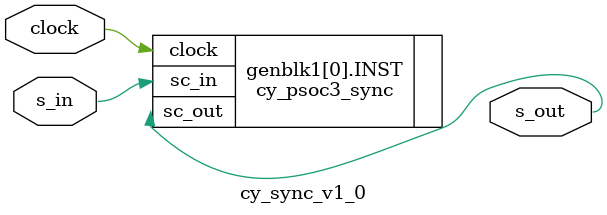
<source format=v>
/*******************************************************************************
* File Name:  cy_sync_v1_0.v
*
* Description:
*  Verilog file for the synchronization mode of the status register. Assigns values to nets.
*
* Note:
*  
********************************************************************************
* Copyright 2008-2010, Cypress Semiconductor Corporation.  All rights reserved.
* You may use this file only in accordance with the license, terms, conditions, 
* disclaimers, and limitations in the end user license agreement accompanying 
* the software package with which this file was provided.
********************************************************************************/

`include "cypress.v"
`ifdef CY_SYNC_V1_0_ALREADY_INCLUDED
`else
`define CY_SYNC_V1_0_ALREADY_INCLUDED

module cy_sync_v1_0 (
	s_in,
	s_out,
	clock
);
	parameter SignalWidth = 1;

	input   clock;
	input   [SignalWidth-1:00] s_in;
	output  [SignalWidth-1:00] s_out;

	genvar i;
    generate
    	for (i = 0 ; i < SignalWidth ; i = i + 1)
		begin
			cy_psoc3_sync INST (
			.clock	(clock),
			.sc_in	(s_in[i]),
			.sc_out	(s_out[i]));
		end
    endgenerate
endmodule

`endif /* CY_SYNC_V1_0_ALREADY_INCLUDED */

</source>
